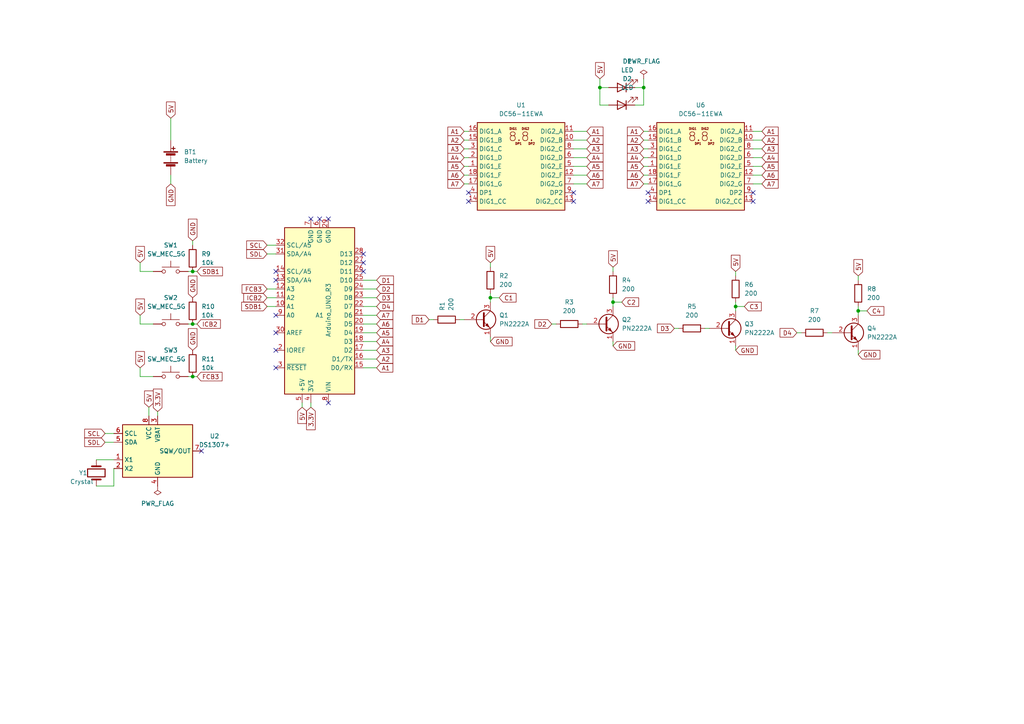
<source format=kicad_sch>
(kicad_sch (version 20211123) (generator eeschema)
  (paper "A4")
  (lib_symbols
    (symbol "Device:Battery" (pin_numbers hide) (pin_names (offset 0) hide)
      (property "Reference" "BT" (at 2.54 2.54 0))
      (property "Value" "Battery" (at 2.54 0 0))
      (symbol "Battery_0_1"
        (rectangle (start -2.032 -1.397) (end 2.032 -1.651) (fill (type outline)))
        (rectangle (start -2.032 1.778) (end 2.032 1.524) (fill (type outline)))
        (rectangle (start -1.3208 -1.9812) (end 1.27 -2.4892) (fill (type outline)))
        (rectangle (start -1.3208 1.1938) (end 1.27 0.6858) (fill (type outline)))
        (polyline (pts (xy 0 -1.524) (xy 0 -1.27)))
        (polyline (pts (xy 0 -1.016) (xy 0 -0.762)))
        (polyline (pts (xy 0 -0.508) (xy 0 -0.254)))
        (polyline (pts (xy 0 0) (xy 0 0.254)))
        (polyline (pts (xy 0 0.508) (xy 0 0.762)))
        (polyline (pts (xy 0 1.778) (xy 0 2.54)))
        (polyline (pts (xy 0.254 2.667) (xy 1.27 2.667)) (stroke (width 0.254)))
        (polyline (pts (xy 0.762 3.175) (xy 0.762 2.159)) (stroke (width 0.254)))
      )
      (symbol "Battery_1_1"
        (pin passive line (at 0 5.08 270) (length 2.54) (name "+") (number "1"))
        (pin passive line (at 0 -5.08 90) (length 2.54) (name "-") (number "2"))
      )
    )
    (symbol "Device:Crystal" (pin_numbers hide) (pin_names (offset 1.016) hide)
      (property "Reference" "Y" (at 0 3.81 0))
      (property "Value" "Crystal" (at 0 -3.81 0))
      (symbol "Crystal_0_1"
        (rectangle (start -1.143 2.54) (end 1.143 -2.54) (stroke (width 0.3048)))
        (polyline (pts (xy -2.54 0) (xy -1.905 0)))
        (polyline (pts (xy -1.905 -1.27) (xy -1.905 1.27)) (stroke (width 0.508)))
        (polyline (pts (xy 1.905 -1.27) (xy 1.905 1.27)) (stroke (width 0.508)))
        (polyline (pts (xy 2.54 0) (xy 1.905 0)))
      )
      (symbol "Crystal_1_1"
        (pin passive line (at -3.81 0 0) (length 1.27) (name "1") (number "1"))
        (pin passive line (at 3.81 0 180) (length 1.27) (name "2") (number "2"))
      )
    )
    (symbol "Device:LED" (pin_numbers hide) (pin_names (offset 1.016) hide)
      (property "Reference" "D" (at 0 2.54 0))
      (property "Value" "LED" (at 0 -2.54 0))
      (symbol "LED_0_1"
        (polyline (pts (xy -1.27 -1.27) (xy -1.27 1.27)) (stroke (width 0.254)))
        (polyline (pts (xy -1.27 0) (xy 1.27 0)))
        (polyline (pts (xy 1.27 -1.27) (xy 1.27 1.27) (xy -1.27 0) (xy 1.27 -1.27)) (stroke (width 0.254)))
        (polyline (pts (xy -3.048 -0.762) (xy -4.572 -2.286) (xy -3.81 -2.286) (xy -4.572 -2.286) (xy -4.572 -1.524)))
        (polyline (pts (xy -1.778 -0.762) (xy -3.302 -2.286) (xy -2.54 -2.286) (xy -3.302 -2.286) (xy -3.302 -1.524)))
      )
      (symbol "LED_1_1"
        (pin passive line (at -3.81 0 0) (length 2.54) (name "K") (number "1"))
        (pin passive line (at 3.81 0 180) (length 2.54) (name "A") (number "2"))
      )
    )
    (symbol "Device:R" (pin_numbers hide) (pin_names (offset 0))
      (property "Reference" "R" (at 2.032 0 90))
      (property "Value" "R" (at 0 0 90))
      (symbol "R_0_1"
        (rectangle (start -1.016 -2.54) (end 1.016 2.54) (stroke (width 0.254)))
      )
      (symbol "R_1_1"
        (pin passive line (at 0 3.81 270) (length 1.27) (name "~") (number "1"))
        (pin passive line (at 0 -3.81 90) (length 1.27) (name "~") (number "2"))
      )
    )
    (symbol "Display_Character:DC56-11EWA"
      (property "Reference" "U" (at -11.43 13.97 0))
      (property "Value" "DC56-11EWA" (at 12.065 13.97 0))
      (symbol "DC56-11EWA_0_0"
        (text "8.8." (at 0 8.636 0) (effects (font (size 2.54 2.54))))
        (text "DIG1" (at -2.286 10.922 0) (effects (font (size 0.635 0.635))))
        (text "DIG2" (at 1.27 10.922 0) (effects (font (size 0.635 0.635))))
        (text "DP1" (at -0.762 6.604 0) (effects (font (size 0.635 0.635))))
        (text "DP2" (at 3.048 6.604 0) (effects (font (size 0.635 0.635))))
      )
      (symbol "DC56-11EWA_0_1"
        (rectangle (start -12.7 12.7) (end 12.7 -12.7) (stroke (width 0.254)) (fill (type background)))
      )
      (symbol "DC56-11EWA_1_1"
        (pin input line (at -15.24 0 0) (length 2.54) (name "DIG1_E") (number "1"))
        (pin input line (at 15.24 7.62 180) (length 2.54) (name "DIG2_B") (number "10"))
        (pin input line (at 15.24 10.16 180) (length 2.54) (name "DIG2_A") (number "11"))
        (pin input line (at 15.24 -2.54 180) (length 2.54) (name "DIG2_F") (number "12"))
        (pin input line (at 15.24 -10.16 180) (length 2.54) (name "DIG2_CC") (number "13"))
        (pin input line (at -15.24 -10.16 0) (length 2.54) (name "DIG1_CC") (number "14"))
        (pin input line (at -15.24 7.62 0) (length 2.54) (name "DIG1_B") (number "15"))
        (pin input line (at -15.24 10.16 0) (length 2.54) (name "DIG1_A") (number "16"))
        (pin input line (at -15.24 -5.08 0) (length 2.54) (name "DIG1_G") (number "17"))
        (pin input line (at -15.24 -2.54 0) (length 2.54) (name "DIG1_F") (number "18"))
        (pin input line (at -15.24 2.54 0) (length 2.54) (name "DIG1_D") (number "2"))
        (pin input line (at -15.24 5.08 0) (length 2.54) (name "DIG1_C") (number "3"))
        (pin input line (at -15.24 -7.62 0) (length 2.54) (name "DP1") (number "4"))
        (pin input line (at 15.24 0 180) (length 2.54) (name "DIG2_E") (number "5"))
        (pin input line (at 15.24 2.54 180) (length 2.54) (name "DIG2_D") (number "6"))
        (pin input line (at 15.24 -5.08 180) (length 2.54) (name "DIG2_G") (number "7"))
        (pin input line (at 15.24 5.08 180) (length 2.54) (name "DIG2_C") (number "8"))
        (pin input line (at 15.24 -7.62 180) (length 2.54) (name "DP2") (number "9"))
      )
    )
    (symbol "MCU_Module:Arduino_UNO_R3"
      (property "Reference" "A" (at -10.16 23.495 0))
      (property "Value" "Arduino_UNO_R3" (at 5.08 -26.67 0))
      (symbol "Arduino_UNO_R3_0_1"
        (rectangle (start -10.16 22.86) (end 10.16 -25.4) (stroke (width 0.254)) (fill (type background)))
      )
      (symbol "Arduino_UNO_R3_1_1"
        (pin no_connect line (at -10.16 -20.32 0) (length 2.54) hide (name "NC") (number "1"))
        (pin bidirectional line (at 12.7 -2.54 180) (length 2.54) (name "A1") (number "10"))
        (pin bidirectional line (at 12.7 -5.08 180) (length 2.54) (name "A2") (number "11"))
        (pin bidirectional line (at 12.7 -7.62 180) (length 2.54) (name "A3") (number "12"))
        (pin bidirectional line (at 12.7 -10.16 180) (length 2.54) (name "SDA/A4") (number "13"))
        (pin bidirectional line (at 12.7 -12.7 180) (length 2.54) (name "SCL/A5") (number "14"))
        (pin bidirectional line (at -12.7 15.24 0) (length 2.54) (name "D0/RX") (number "15"))
        (pin bidirectional line (at -12.7 12.7 0) (length 2.54) (name "D1/TX") (number "16"))
        (pin bidirectional line (at -12.7 10.16 0) (length 2.54) (name "D2") (number "17"))
        (pin bidirectional line (at -12.7 7.62 0) (length 2.54) (name "D3") (number "18"))
        (pin bidirectional line (at -12.7 5.08 0) (length 2.54) (name "D4") (number "19"))
        (pin output line (at 12.7 10.16 180) (length 2.54) (name "IOREF") (number "2"))
        (pin bidirectional line (at -12.7 2.54 0) (length 2.54) (name "D5") (number "20"))
        (pin bidirectional line (at -12.7 0 0) (length 2.54) (name "D6") (number "21"))
        (pin bidirectional line (at -12.7 -2.54 0) (length 2.54) (name "D7") (number "22"))
        (pin bidirectional line (at -12.7 -5.08 0) (length 2.54) (name "D8") (number "23"))
        (pin bidirectional line (at -12.7 -7.62 0) (length 2.54) (name "D9") (number "24"))
        (pin bidirectional line (at -12.7 -10.16 0) (length 2.54) (name "D10") (number "25"))
        (pin bidirectional line (at -12.7 -12.7 0) (length 2.54) (name "D11") (number "26"))
        (pin bidirectional line (at -12.7 -15.24 0) (length 2.54) (name "D12") (number "27"))
        (pin bidirectional line (at -12.7 -17.78 0) (length 2.54) (name "D13") (number "28"))
        (pin power_in line (at -2.54 -27.94 90) (length 2.54) (name "GND") (number "29"))
        (pin input line (at 12.7 15.24 180) (length 2.54) (name "~{RESET}") (number "3"))
        (pin input line (at 12.7 5.08 180) (length 2.54) (name "AREF") (number "30"))
        (pin bidirectional line (at 12.7 -17.78 180) (length 2.54) (name "SDA/A4") (number "31"))
        (pin bidirectional line (at 12.7 -20.32 180) (length 2.54) (name "SCL/A5") (number "32"))
        (pin power_out line (at 2.54 25.4 270) (length 2.54) (name "3V3") (number "4"))
        (pin power_out line (at 5.08 25.4 270) (length 2.54) (name "+5V") (number "5"))
        (pin power_in line (at 0 -27.94 90) (length 2.54) (name "GND") (number "6"))
        (pin power_in line (at 2.54 -27.94 90) (length 2.54) (name "GND") (number "7"))
        (pin power_in line (at -2.54 25.4 270) (length 2.54) (name "VIN") (number "8"))
        (pin bidirectional line (at 12.7 0 180) (length 2.54) (name "A0") (number "9"))
      )
    )
    (symbol "Switch:SW_MEC_5G" (pin_numbers hide) (pin_names (offset 1.016) hide)
      (property "Reference" "SW" (at 1.27 2.54 0))
      (property "Value" "SW_MEC_5G" (at 0 -1.524 0))
      (symbol "SW_MEC_5G_0_1"
        (circle (center -2.032 0) (radius 0.508))
        (polyline (pts (xy 0 1.27) (xy 0 3.048)))
        (polyline (pts (xy 2.54 1.27) (xy -2.54 1.27)))
        (circle (center 2.032 0) (radius 0.508))
        (pin passive line (at -5.08 0 0) (length 2.54) (name "A") (number "1"))
        (pin passive line (at 5.08 0 180) (length 2.54) (name "B") (number "3"))
      )
      (symbol "SW_MEC_5G_1_1"
        (pin passive line (at -5.08 0 0) (length 2.54) hide (name "A") (number "2"))
        (pin passive line (at 5.08 0 180) (length 2.54) hide (name "B") (number "4"))
      )
    )
    (symbol "Timer_RTC:DS1307+"
      (property "Reference" "U" (at -8.89 8.89 0))
      (property "Value" "DS1307+" (at 1.27 8.89 0))
      (symbol "DS1307+_0_1"
        (rectangle (start -10.16 7.62) (end 10.16 -7.62) (stroke (width 0.254)) (fill (type background)))
      )
      (symbol "DS1307+_1_1"
        (pin input line (at -12.7 -2.54 0) (length 2.54) (name "X1") (number "1"))
        (pin input line (at -12.7 -5.08 0) (length 2.54) (name "X2") (number "2"))
        (pin power_in line (at 0 10.16 270) (length 2.54) (name "VBAT") (number "3"))
        (pin power_in line (at 0 -10.16 90) (length 2.54) (name "GND") (number "4"))
        (pin bidirectional line (at -12.7 2.54 0) (length 2.54) (name "SDA") (number "5"))
        (pin input line (at -12.7 5.08 0) (length 2.54) (name "SCL") (number "6"))
        (pin open_collector line (at 12.7 0 180) (length 2.54) (name "SQW/OUT") (number "7"))
        (pin power_in line (at -2.54 10.16 270) (length 2.54) (name "VCC") (number "8"))
      )
    )
    (symbol "Transistor_BJT:PN2222A" (pin_names (offset 0) hide)
      (property "Reference" "Q" (at 5.08 1.905 0))
      (property "Value" "PN2222A" (at 5.08 0 0))
      (symbol "PN2222A_0_1"
        (polyline (pts (xy 0 0) (xy 0.635 0)))
        (polyline (pts (xy 2.54 -2.54) (xy 0.635 -0.635)))
        (polyline (pts (xy 2.54 2.54) (xy 0.635 0.635)))
        (polyline (pts (xy 0.635 1.905) (xy 0.635 -1.905) (xy 0.635 -1.905)) (stroke (width 0.508)))
        (polyline (pts (xy 2.413 -2.413) (xy 1.905 -1.905) (xy 1.905 -1.905)))
        (polyline (pts (xy 1.143 -1.651) (xy 1.651 -1.143) (xy 2.159 -2.159) (xy 1.143 -1.651) (xy 1.143 -1.651)) (fill (type outline)))
        (circle (center 1.27 0) (radius 2.8194) (stroke (width 0.254)))
      )
      (symbol "PN2222A_1_1"
        (pin passive line (at 2.54 -5.08 90) (length 2.54) (name "E") (number "1"))
        (pin input line (at -5.08 0 0) (length 5.08) (name "B") (number "2"))
        (pin passive line (at 2.54 5.08 270) (length 2.54) (name "C") (number "3"))
      )
    )
    (symbol "power:PWR_FLAG" (power) (pin_numbers hide) (pin_names (offset 0) hide)
      (property "Value" "PWR_FLAG" (at 0 3.81 0))
      (symbol "PWR_FLAG_0_0"
        (pin power_out line (at 0 0 90) (length 0) (name "pwr") (number "1"))
      )
      (symbol "PWR_FLAG_0_1"
        (polyline (pts (xy 0 0) (xy 0 1.27) (xy -1.016 1.905) (xy 0 2.54) (xy 1.016 1.905) (xy 0 1.27)))
      )
    )
  )
  (junction (at 177.8 87.63))
  (junction (at 142.24 86.36))
  (junction (at 173.99 25.4))
  (junction (at 248.92 90.17))
  (junction (at 213.36 88.9))
  (junction (at 55.88 93.98))
  (junction (at 55.88 109.22))
  (junction (at 55.88 78.74))
  (junction (at 186.69 25.4))
  (no_connect (at 187.96 55.88))
  (no_connect (at 187.96 58.42))
  (no_connect (at 218.44 58.42))
  (no_connect (at 218.44 55.88))
  (no_connect (at 135.89 55.88))
  (no_connect (at 135.89 58.42))
  (no_connect (at 166.37 55.88))
  (no_connect (at 166.37 58.42))
  (no_connect (at 80.01 106.68))
  (no_connect (at 95.25 116.84))
  (no_connect (at 105.41 78.74))
  (no_connect (at 105.41 76.2))
  (no_connect (at 105.41 73.66))
  (no_connect (at 80.01 78.74))
  (no_connect (at 80.01 81.28))
  (no_connect (at 80.01 91.44))
  (no_connect (at 80.01 96.52))
  (no_connect (at 80.01 101.6))
  (no_connect (at 92.71 63.5))
  (no_connect (at 95.25 63.5))
  (no_connect (at 58.42 130.81))
  (no_connect (at 90.17 63.5))
  (wire (pts (xy 173.99 25.4) (xy 176.53 25.4)))
  (wire (pts (xy 105.41 96.52) (xy 109.22 96.52)))
  (wire (pts (xy 186.69 45.72) (xy 187.96 45.72)))
  (wire (pts (xy 77.47 73.66) (xy 80.01 73.66)))
  (wire (pts (xy 134.62 40.64) (xy 135.89 40.64)))
  (wire (pts (xy 142.24 85.09) (xy 142.24 86.36)))
  (wire (pts (xy 105.41 93.98) (xy 109.22 93.98)))
  (wire (pts (xy 77.47 86.36) (xy 80.01 86.36)))
  (wire (pts (xy 134.62 53.34) (xy 135.89 53.34)))
  (wire (pts (xy 55.88 109.22) (xy 57.15 109.22)))
  (wire (pts (xy 142.24 86.36) (xy 144.78 86.36)))
  (wire (pts (xy 55.88 69.85) (xy 55.88 71.12)))
  (wire (pts (xy 33.02 135.89) (xy 33.02 140.97)))
  (wire (pts (xy 184.15 25.4) (xy 186.69 25.4)))
  (wire (pts (xy 166.37 45.72) (xy 170.18 45.72)))
  (wire (pts (xy 166.37 50.8) (xy 170.18 50.8)))
  (wire (pts (xy 105.41 101.6) (xy 109.22 101.6)))
  (wire (pts (xy 77.47 88.9) (xy 80.01 88.9)))
  (wire (pts (xy 186.69 30.48) (xy 186.69 25.4)))
  (wire (pts (xy 213.36 87.63) (xy 213.36 88.9)))
  (wire (pts (xy 218.44 38.1) (xy 220.98 38.1)))
  (wire (pts (xy 30.48 128.27) (xy 33.02 128.27)))
  (wire (pts (xy 186.69 53.34) (xy 187.96 53.34)))
  (wire (pts (xy 40.64 91.44) (xy 40.64 93.98)))
  (wire (pts (xy 33.02 133.35) (xy 27.94 133.35)))
  (wire (pts (xy 105.41 88.9) (xy 109.22 88.9)))
  (wire (pts (xy 44.45 109.22) (xy 40.64 109.22)))
  (wire (pts (xy 176.53 30.48) (xy 173.99 30.48)))
  (wire (pts (xy 166.37 38.1) (xy 170.18 38.1)))
  (wire (pts (xy 142.24 86.36) (xy 142.24 87.63)))
  (wire (pts (xy 134.62 48.26) (xy 135.89 48.26)))
  (wire (pts (xy 213.36 88.9) (xy 215.9 88.9)))
  (wire (pts (xy 218.44 53.34) (xy 220.98 53.34)))
  (wire (pts (xy 248.92 90.17) (xy 251.46 90.17)))
  (wire (pts (xy 142.24 76.2) (xy 142.24 77.47)))
  (wire (pts (xy 248.92 80.01) (xy 248.92 81.28)))
  (wire (pts (xy 186.69 25.4) (xy 186.69 22.86)))
  (wire (pts (xy 124.46 92.71) (xy 125.73 92.71)))
  (wire (pts (xy 27.94 140.97) (xy 33.02 140.97)))
  (wire (pts (xy 213.36 101.6) (xy 213.36 100.33)))
  (wire (pts (xy 204.47 95.25) (xy 205.74 95.25)))
  (wire (pts (xy 240.03 96.52) (xy 241.3 96.52)))
  (wire (pts (xy 40.64 76.2) (xy 40.64 78.74)))
  (wire (pts (xy 218.44 45.72) (xy 220.98 45.72)))
  (wire (pts (xy 77.47 71.12) (xy 80.01 71.12)))
  (wire (pts (xy 166.37 48.26) (xy 170.18 48.26)))
  (wire (pts (xy 55.88 78.74) (xy 57.15 78.74)))
  (wire (pts (xy 177.8 100.33) (xy 177.8 99.06)))
  (wire (pts (xy 105.41 86.36) (xy 109.22 86.36)))
  (wire (pts (xy 213.36 88.9) (xy 213.36 90.17)))
  (wire (pts (xy 133.35 92.71) (xy 134.62 92.71)))
  (wire (pts (xy 44.45 78.74) (xy 40.64 78.74)))
  (wire (pts (xy 43.18 118.11) (xy 43.18 120.65)))
  (wire (pts (xy 177.8 86.36) (xy 177.8 87.63)))
  (wire (pts (xy 30.48 125.73) (xy 33.02 125.73)))
  (wire (pts (xy 186.69 40.64) (xy 187.96 40.64)))
  (wire (pts (xy 177.8 87.63) (xy 180.34 87.63)))
  (wire (pts (xy 134.62 45.72) (xy 135.89 45.72)))
  (wire (pts (xy 77.47 83.82) (xy 80.01 83.82)))
  (wire (pts (xy 186.69 43.18) (xy 187.96 43.18)))
  (wire (pts (xy 195.58 95.25) (xy 196.85 95.25)))
  (wire (pts (xy 105.41 91.44) (xy 109.22 91.44)))
  (wire (pts (xy 54.61 93.98) (xy 55.88 93.98)))
  (wire (pts (xy 90.17 116.84) (xy 90.17 118.11)))
  (wire (pts (xy 45.72 119.38) (xy 45.72 120.65)))
  (wire (pts (xy 166.37 53.34) (xy 170.18 53.34)))
  (wire (pts (xy 54.61 78.74) (xy 55.88 78.74)))
  (wire (pts (xy 231.14 96.52) (xy 232.41 96.52)))
  (wire (pts (xy 186.69 38.1) (xy 187.96 38.1)))
  (wire (pts (xy 177.8 77.47) (xy 177.8 78.74)))
  (wire (pts (xy 218.44 48.26) (xy 220.98 48.26)))
  (wire (pts (xy 134.62 38.1) (xy 135.89 38.1)))
  (wire (pts (xy 248.92 88.9) (xy 248.92 90.17)))
  (wire (pts (xy 105.41 104.14) (xy 109.22 104.14)))
  (wire (pts (xy 105.41 99.06) (xy 109.22 99.06)))
  (wire (pts (xy 40.64 106.68) (xy 40.64 109.22)))
  (wire (pts (xy 134.62 50.8) (xy 135.89 50.8)))
  (wire (pts (xy 105.41 106.68) (xy 109.22 106.68)))
  (wire (pts (xy 44.45 93.98) (xy 40.64 93.98)))
  (wire (pts (xy 186.69 48.26) (xy 187.96 48.26)))
  (wire (pts (xy 134.62 43.18) (xy 135.89 43.18)))
  (wire (pts (xy 105.41 83.82) (xy 109.22 83.82)))
  (wire (pts (xy 184.15 30.48) (xy 186.69 30.48)))
  (wire (pts (xy 160.02 93.98) (xy 161.29 93.98)))
  (wire (pts (xy 173.99 25.4) (xy 173.99 30.48)))
  (wire (pts (xy 55.88 93.98) (xy 57.15 93.98)))
  (wire (pts (xy 87.63 116.84) (xy 87.63 118.11)))
  (wire (pts (xy 218.44 50.8) (xy 220.98 50.8)))
  (wire (pts (xy 213.36 78.74) (xy 213.36 80.01)))
  (wire (pts (xy 168.91 93.98) (xy 170.18 93.98)))
  (wire (pts (xy 248.92 90.17) (xy 248.92 91.44)))
  (wire (pts (xy 177.8 87.63) (xy 177.8 88.9)))
  (wire (pts (xy 186.69 50.8) (xy 187.96 50.8)))
  (wire (pts (xy 105.41 81.28) (xy 109.22 81.28)))
  (wire (pts (xy 166.37 43.18) (xy 170.18 43.18)))
  (wire (pts (xy 49.53 50.8) (xy 49.53 53.34)))
  (wire (pts (xy 49.53 34.29) (xy 49.53 40.64)))
  (wire (pts (xy 142.24 99.06) (xy 142.24 97.79)))
  (wire (pts (xy 218.44 43.18) (xy 220.98 43.18)))
  (wire (pts (xy 166.37 40.64) (xy 170.18 40.64)))
  (wire (pts (xy 54.61 109.22) (xy 55.88 109.22)))
  (wire (pts (xy 248.92 102.87) (xy 248.92 101.6)))
  (wire (pts (xy 173.99 22.86) (xy 173.99 25.4)))
  (wire (pts (xy 218.44 40.64) (xy 220.98 40.64)))
  (global_label "5V" (shape input) (at 49.53 34.29 90) (property "Intersheet References" "${INTERSHEET_REFS}" (effects hide)))
  (global_label "D3" (shape input) (at 195.58 95.25 180) (property "Intersheet References" "${INTERSHEET_REFS}" (effects hide)))
  (global_label "D1" (shape input) (at 109.22 81.28 0) (property "Intersheet References" "${INTERSHEET_REFS}" (effects hide)))
  (global_label "FCB3" (shape input) (at 77.47 83.82 180) (property "Intersheet References" "${INTERSHEET_REFS}" (effects hide)))
  (global_label "A2" (shape input) (at 170.18 40.64 0) (property "Intersheet References" "${INTERSHEET_REFS}" (effects hide)))
  (global_label "GND" (shape input) (at 213.36 101.6 0) (property "Intersheet References" "${INTERSHEET_REFS}" (effects hide)))
  (global_label "A7" (shape input) (at 134.62 53.34 180) (property "Intersheet References" "${INTERSHEET_REFS}" (effects hide)))
  (global_label "A1" (shape input) (at 170.18 38.1 0) (property "Intersheet References" "${INTERSHEET_REFS}" (effects hide)))
  (global_label "A3" (shape input) (at 186.69 43.18 180) (property "Intersheet References" "${INTERSHEET_REFS}" (effects hide)))
  (global_label "A1" (shape input) (at 109.22 106.68 0) (property "Intersheet References" "${INTERSHEET_REFS}" (effects hide)))
  (global_label "5V" (shape input) (at 43.18 118.11 90) (property "Intersheet References" "${INTERSHEET_REFS}" (effects hide)))
  (global_label "5V" (shape input) (at 248.92 80.01 90) (property "Intersheet References" "${INTERSHEET_REFS}" (effects hide)))
  (global_label "A3" (shape input) (at 170.18 43.18 0) (property "Intersheet References" "${INTERSHEET_REFS}" (effects hide)))
  (global_label "SCL" (shape input) (at 77.47 71.12 180) (property "Intersheet References" "${INTERSHEET_REFS}" (effects hide)))
  (global_label "A1" (shape input) (at 134.62 38.1 180) (property "Intersheet References" "${INTERSHEET_REFS}" (effects hide)))
  (global_label "A3" (shape input) (at 109.22 101.6 0) (property "Intersheet References" "${INTERSHEET_REFS}" (effects hide)))
  (global_label "GND" (shape input) (at 55.88 69.85 90) (property "Intersheet References" "${INTERSHEET_REFS}" (effects hide)))
  (global_label "A2" (shape input) (at 109.22 104.14 0) (property "Intersheet References" "${INTERSHEET_REFS}" (effects hide)))
  (global_label "SDB1" (shape input) (at 57.15 78.74 0) (property "Intersheet References" "${INTERSHEET_REFS}" (effects hide)))
  (global_label "A1" (shape input) (at 186.69 38.1 180) (property "Intersheet References" "${INTERSHEET_REFS}" (effects hide)))
  (global_label "5V" (shape input) (at 213.36 78.74 90) (property "Intersheet References" "${INTERSHEET_REFS}" (effects hide)))
  (global_label "A1" (shape input) (at 220.98 38.1 0) (property "Intersheet References" "${INTERSHEET_REFS}" (effects hide)))
  (global_label "A5" (shape input) (at 220.98 48.26 0) (property "Intersheet References" "${INTERSHEET_REFS}" (effects hide)))
  (global_label "GND" (shape input) (at 177.8 100.33 0) (property "Intersheet References" "${INTERSHEET_REFS}" (effects hide)))
  (global_label "A6" (shape input) (at 170.18 50.8 0) (property "Intersheet References" "${INTERSHEET_REFS}" (effects hide)))
  (global_label "A6" (shape input) (at 109.22 93.98 0) (property "Intersheet References" "${INTERSHEET_REFS}" (effects hide)))
  (global_label "D2" (shape input) (at 160.02 93.98 180) (property "Intersheet References" "${INTERSHEET_REFS}" (effects hide)))
  (global_label "A7" (shape input) (at 220.98 53.34 0) (property "Intersheet References" "${INTERSHEET_REFS}" (effects hide)))
  (global_label "C1" (shape input) (at 144.78 86.36 0) (property "Intersheet References" "${INTERSHEET_REFS}" (effects hide)))
  (global_label "A7" (shape input) (at 170.18 53.34 0) (property "Intersheet References" "${INTERSHEET_REFS}" (effects hide)))
  (global_label "3.3V" (shape input) (at 45.72 119.38 90) (property "Intersheet References" "${INTERSHEET_REFS}" (effects hide)))
  (global_label "GND" (shape input) (at 248.92 102.87 0) (property "Intersheet References" "${INTERSHEET_REFS}" (effects hide)))
  (global_label "GND" (shape input) (at 49.53 53.34 270) (property "Intersheet References" "${INTERSHEET_REFS}" (effects hide)))
  (global_label "A4" (shape input) (at 170.18 45.72 0) (property "Intersheet References" "${INTERSHEET_REFS}" (effects hide)))
  (global_label "A7" (shape input) (at 186.69 53.34 180) (property "Intersheet References" "${INTERSHEET_REFS}" (effects hide)))
  (global_label "A4" (shape input) (at 186.69 45.72 180) (property "Intersheet References" "${INTERSHEET_REFS}" (effects hide)))
  (global_label "D4" (shape input) (at 231.14 96.52 180) (property "Intersheet References" "${INTERSHEET_REFS}" (effects hide)))
  (global_label "A5" (shape input) (at 134.62 48.26 180) (property "Intersheet References" "${INTERSHEET_REFS}" (effects hide)))
  (global_label "ICB2" (shape input) (at 57.15 93.98 0) (property "Intersheet References" "${INTERSHEET_REFS}" (effects hide)))
  (global_label "SDL" (shape input) (at 77.47 73.66 180) (property "Intersheet References" "${INTERSHEET_REFS}" (effects hide)))
  (global_label "A6" (shape input) (at 220.98 50.8 0) (property "Intersheet References" "${INTERSHEET_REFS}" (effects hide)))
  (global_label "5V" (shape input) (at 177.8 77.47 90) (property "Intersheet References" "${INTERSHEET_REFS}" (effects hide)))
  (global_label "A5" (shape input) (at 186.69 48.26 180) (property "Intersheet References" "${INTERSHEET_REFS}" (effects hide)))
  (global_label "A3" (shape input) (at 220.98 43.18 0) (property "Intersheet References" "${INTERSHEET_REFS}" (effects hide)))
  (global_label "FCB3" (shape input) (at 57.15 109.22 0) (property "Intersheet References" "${INTERSHEET_REFS}" (effects hide)))
  (global_label "D3" (shape input) (at 109.22 86.36 0) (property "Intersheet References" "${INTERSHEET_REFS}" (effects hide)))
  (global_label "A4" (shape input) (at 109.22 99.06 0) (property "Intersheet References" "${INTERSHEET_REFS}" (effects hide)))
  (global_label "A2" (shape input) (at 186.69 40.64 180) (property "Intersheet References" "${INTERSHEET_REFS}" (effects hide)))
  (global_label "5V" (shape input) (at 40.64 76.2 90) (property "Intersheet References" "${INTERSHEET_REFS}" (effects hide)))
  (global_label "SDB1" (shape input) (at 77.47 88.9 180) (property "Intersheet References" "${INTERSHEET_REFS}" (effects hide)))
  (global_label "ICB2" (shape input) (at 77.47 86.36 180) (property "Intersheet References" "${INTERSHEET_REFS}" (effects hide)))
  (global_label "A3" (shape input) (at 134.62 43.18 180) (property "Intersheet References" "${INTERSHEET_REFS}" (effects hide)))
  (global_label "C3" (shape input) (at 215.9 88.9 0) (property "Intersheet References" "${INTERSHEET_REFS}" (effects hide)))
  (global_label "D1" (shape input) (at 124.46 92.71 180) (property "Intersheet References" "${INTERSHEET_REFS}" (effects hide)))
  (global_label "5V" (shape input) (at 40.64 91.44 90) (property "Intersheet References" "${INTERSHEET_REFS}" (effects hide)))
  (global_label "5V" (shape input) (at 40.64 106.68 90) (property "Intersheet References" "${INTERSHEET_REFS}" (effects hide)))
  (global_label "3.3V" (shape input) (at 90.17 118.11 270) (property "Intersheet References" "${INTERSHEET_REFS}" (effects hide)))
  (global_label "A2" (shape input) (at 134.62 40.64 180) (property "Intersheet References" "${INTERSHEET_REFS}" (effects hide)))
  (global_label "A4" (shape input) (at 134.62 45.72 180) (property "Intersheet References" "${INTERSHEET_REFS}" (effects hide)))
  (global_label "A5" (shape input) (at 109.22 96.52 0) (property "Intersheet References" "${INTERSHEET_REFS}" (effects hide)))
  (global_label "C4" (shape input) (at 251.46 90.17 0) (property "Intersheet References" "${INTERSHEET_REFS}" (effects hide)))
  (global_label "A7" (shape input) (at 109.22 91.44 0) (property "Intersheet References" "${INTERSHEET_REFS}" (effects hide)))
  (global_label "A6" (shape input) (at 134.62 50.8 180) (property "Intersheet References" "${INTERSHEET_REFS}" (effects hide)))
  (global_label "GND" (shape input) (at 142.24 99.06 0) (property "Intersheet References" "${INTERSHEET_REFS}" (effects hide)))
  (global_label "GND" (shape input) (at 55.88 86.36 90) (property "Intersheet References" "${INTERSHEET_REFS}" (effects hide)))
  (global_label "A4" (shape input) (at 220.98 45.72 0) (property "Intersheet References" "${INTERSHEET_REFS}" (effects hide)))
  (global_label "SCL" (shape input) (at 30.48 125.73 180) (property "Intersheet References" "${INTERSHEET_REFS}" (effects hide)))
  (global_label "C2" (shape input) (at 180.34 87.63 0) (property "Intersheet References" "${INTERSHEET_REFS}" (effects hide)))
  (global_label "5V" (shape input) (at 87.63 118.11 270) (property "Intersheet References" "${INTERSHEET_REFS}" (effects hide)))
  (global_label "A5" (shape input) (at 170.18 48.26 0) (property "Intersheet References" "${INTERSHEET_REFS}" (effects hide)))
  (global_label "D4" (shape input) (at 109.22 88.9 0) (property "Intersheet References" "${INTERSHEET_REFS}" (effects hide)))
  (global_label "5V" (shape input) (at 173.99 22.86 90) (property "Intersheet References" "${INTERSHEET_REFS}" (effects hide)))
  (global_label "SDL" (shape input) (at 30.48 128.27 180) (property "Intersheet References" "${INTERSHEET_REFS}" (effects hide)))
  (global_label "5V" (shape input) (at 142.24 76.2 90) (property "Intersheet References" "${INTERSHEET_REFS}" (effects hide)))
  (global_label "GND" (shape input) (at 55.88 101.6 90) (property "Intersheet References" "${INTERSHEET_REFS}" (effects hide)))
  (global_label "D2" (shape input) (at 109.22 83.82 0) (property "Intersheet References" "${INTERSHEET_REFS}" (effects hide)))
  (global_label "A6" (shape input) (at 186.69 50.8 180) (property "Intersheet References" "${INTERSHEET_REFS}" (effects hide)))
  (global_label "A2" (shape input) (at 220.98 40.64 0) (property "Intersheet References" "${INTERSHEET_REFS}" (effects hide)))
  (symbol (lib_id "Transistor_BJT:PN2222A") (at 246.38 96.52 0) (unit 1)
    (property "Reference" "Q4" (at 251.46 95.2499 0) (effects (justify left)))
    (property "Value" "PN2222A" (at 251.46 97.7899 0) (effects (justify left)))
    (property "Footprint" "Package_TO_SOT_THT:TO-92_Inline" (effects hide))
    (property "Datasheet" "https://www.onsemi.com/pub/Collateral/PN2222-D.PDF" (effects hide))
  )
  (symbol (lib_id "Device:R") (at 55.88 105.41 180) (unit 1)
    (property "Reference" "R11" (at 58.42 104.1399 0) (effects (justify right)))
    (property "Value" "10k" (at 58.42 106.6799 0) (effects (justify right)))
    (property "Footprint" "Resistor_THT:R_Axial_DIN0204_L3.6mm_D1.6mm_P1.90mm_Vertical" (effects hide))
  )
  (symbol (lib_id "Device:R") (at 165.1 93.98 90) (unit 1)
    (property "Reference" "R3" (at 165.1 87.63 90))
    (property "Value" "200" (at 165.1 90.17 90))
    (property "Footprint" "Resistor_THT:R_Axial_DIN0204_L3.6mm_D1.6mm_P1.90mm_Vertical" (effects hide))
  )
  (symbol (lib_id "Transistor_BJT:PN2222A") (at 210.82 95.25 0) (unit 1)
    (property "Reference" "Q3" (at 215.9 93.9799 0) (effects (justify left)))
    (property "Value" "PN2222A" (at 215.9 96.5199 0) (effects (justify left)))
    (property "Footprint" "Package_TO_SOT_THT:TO-92_Inline" (effects hide))
    (property "Datasheet" "https://www.onsemi.com/pub/Collateral/PN2222-D.PDF" (effects hide))
  )
  (symbol (lib_id "Device:R") (at 55.88 74.93 180) (unit 1)
    (property "Reference" "R9" (at 58.42 73.6599 0) (effects (justify right)))
    (property "Value" "10k" (at 58.42 76.1999 0) (effects (justify right)))
    (property "Footprint" "Resistor_THT:R_Axial_DIN0204_L3.6mm_D1.6mm_P1.90mm_Vertical" (effects hide))
  )
  (symbol (lib_id "Display_Character:DC56-11EWA") (at 151.13 48.26 0) (unit 1)
    (property "Reference" "U1" (at 151.13 30.48 0))
    (property "Value" "DC56-11EWA" (at 151.13 33.02 0))
    (property "Footprint" "Display_7Segment:DA56-11SURKWA" (effects hide))
    (property "Datasheet" "http://www.kingbrightusa.com/images/catalog/SPEC/DC56-11EWA.pdf" (effects hide))
  )
  (symbol (lib_id "Display_Character:DC56-11EWA") (at 203.2 48.26 0) (unit 1)
    (property "Reference" "U6" (at 203.2 30.48 0))
    (property "Value" "DC56-11EWA" (at 203.2 33.02 0))
    (property "Footprint" "Display_7Segment:DA56-11SURKWA" (effects hide))
    (property "Datasheet" "http://www.kingbrightusa.com/images/catalog/SPEC/DC56-11EWA.pdf" (effects hide))
  )
  (symbol (lib_id "Device:R") (at 236.22 96.52 90) (unit 1)
    (property "Reference" "R7" (at 236.22 90.17 90))
    (property "Value" "200" (at 236.22 92.71 90))
    (property "Footprint" "Resistor_THT:R_Axial_DIN0204_L3.6mm_D1.6mm_P1.90mm_Vertical" (effects hide))
  )
  (symbol (lib_id "Transistor_BJT:PN2222A") (at 139.7 92.71 0) (unit 1)
    (property "Reference" "Q1" (at 144.78 91.4399 0) (effects (justify left)))
    (property "Value" "PN2222A" (at 144.78 93.9799 0) (effects (justify left)))
    (property "Footprint" "Package_TO_SOT_THT:TO-92_Inline" (effects hide))
    (property "Datasheet" "https://www.onsemi.com/pub/Collateral/PN2222-D.PDF" (effects hide))
  )
  (symbol (lib_id "Device:R") (at 177.8 82.55 180) (unit 1)
    (property "Reference" "R4" (at 180.34 81.2799 0) (effects (justify right)))
    (property "Value" "200" (at 180.34 83.8199 0) (effects (justify right)))
    (property "Footprint" "Resistor_THT:R_Axial_DIN0204_L3.6mm_D1.6mm_P1.90mm_Vertical" (effects hide))
  )
  (symbol (lib_id "Device:R") (at 142.24 81.28 180) (unit 1)
    (property "Reference" "R2" (at 144.78 80.0099 0) (effects (justify right)))
    (property "Value" "200" (at 144.78 82.5499 0) (effects (justify right)))
    (property "Footprint" "Resistor_THT:R_Axial_DIN0204_L3.6mm_D1.6mm_P1.90mm_Vertical" (effects hide))
  )
  (symbol (lib_id "Device:Crystal") (at 27.94 137.16 270) (unit 1)
    (property "Reference" "Y1" (at 22.86 137.16 90) (effects (justify left)))
    (property "Value" "Crystal" (at 20.32 139.7 90) (effects (justify left)))
    (property "Footprint" "Crystal:Crystal_AT310_D3.0mm_L10.0mm_Horizontal" (effects hide))
  )
  (symbol (lib_id "MCU_Module:Arduino_UNO_R3") (at 92.71 91.44 180) (unit 1)
    (property "Reference" "A1" (at 91.44 91.44 0) (effects (justify right)))
    (property "Value" "Arduino_UNO_R3" (at 95.25 97.79 90) (effects (justify right)))
    (property "Footprint" "Module:Arduino_UNO_R3_WithMountingHoles" (effects hide))
    (property "Datasheet" "https://www.arduino.cc/en/Main/arduinoBoardUno" (effects hide))
  )
  (symbol (lib_id "Transistor_BJT:PN2222A") (at 175.26 93.98 0) (unit 1)
    (property "Reference" "Q2" (at 180.34 92.7099 0) (effects (justify left)))
    (property "Value" "PN2222A" (at 180.34 95.2499 0) (effects (justify left)))
    (property "Footprint" "Package_TO_SOT_THT:TO-92_Inline" (effects hide))
    (property "Datasheet" "https://www.onsemi.com/pub/Collateral/PN2222-D.PDF" (effects hide))
  )
  (symbol (lib_id "power:PWR_FLAG") (at 186.69 22.86 0) (unit 1)
    (property "Reference" "#FLG0107" (effects hide))
    (property "Value" "PWR_FLAG" (at 186.69 17.78 0))
  )
  (symbol (lib_id "Switch:SW_MEC_5G") (at 49.53 93.98 0) (unit 1)
    (property "Reference" "SW2" (at 49.53 86.36 0))
    (property "Value" "SW_MEC_5G" (at 48.26 88.9 0))
    (property "Footprint" "Button_Switch_SMD:SW_MEC_5GSH9" (effects hide))
    (property "Datasheet" "http://www.apem.com/int/index.php?controller=attachment&id_attachment=488" (effects hide))
  )
  (symbol (lib_id "Device:LED") (at 180.34 25.4 180) (unit 1)
    (property "Reference" "D1" (at 181.9275 17.78 0))
    (property "Value" "LED" (at 181.9275 20.32 0))
    (property "Footprint" "LED_THT:LED_D3.0mm" (effects hide))
  )
  (symbol (lib_id "Device:R") (at 213.36 83.82 180) (unit 1)
    (property "Reference" "R6" (at 215.9 82.5499 0) (effects (justify right)))
    (property "Value" "200" (at 215.9 85.0899 0) (effects (justify right)))
    (property "Footprint" "Resistor_THT:R_Axial_DIN0204_L3.6mm_D1.6mm_P1.90mm_Vertical" (effects hide))
  )
  (symbol (lib_id "Timer_RTC:DS1307+") (at 45.72 130.81 0) (unit 1)
    (property "Reference" "U2" (at 62.23 126.4793 0))
    (property "Value" "DS1307+" (at 62.23 129.0193 0))
    (property "Footprint" "Package_DIP:DIP-8_W7.62mm" (effects hide))
    (property "Datasheet" "https://datasheets.maximintegrated.com/en/ds/DS1307.pdf" (effects hide))
  )
  (symbol (lib_id "Device:R") (at 248.92 85.09 180) (unit 1)
    (property "Reference" "R8" (at 251.46 83.8199 0) (effects (justify right)))
    (property "Value" "200" (at 251.46 86.3599 0) (effects (justify right)))
    (property "Footprint" "Resistor_THT:R_Axial_DIN0204_L3.6mm_D1.6mm_P1.90mm_Vertical" (effects hide))
  )
  (symbol (lib_id "power:PWR_FLAG") (at 45.72 140.97 180) (unit 1)
    (property "Reference" "#FLG0101" (effects hide))
    (property "Value" "PWR_FLAG" (at 45.72 146.05 0))
  )
  (symbol (lib_id "Device:R") (at 55.88 90.17 180) (unit 1)
    (property "Reference" "R10" (at 58.42 88.8999 0) (effects (justify right)))
    (property "Value" "10k" (at 58.42 91.4399 0) (effects (justify right)))
    (property "Footprint" "Resistor_THT:R_Axial_DIN0204_L3.6mm_D1.6mm_P1.90mm_Vertical" (effects hide))
  )
  (symbol (lib_id "Switch:SW_MEC_5G") (at 49.53 109.22 0) (unit 1)
    (property "Reference" "SW3" (at 49.53 101.6 0))
    (property "Value" "SW_MEC_5G" (at 48.26 104.14 0))
    (property "Footprint" "Button_Switch_SMD:SW_MEC_5GSH9" (effects hide))
    (property "Datasheet" "http://www.apem.com/int/index.php?controller=attachment&id_attachment=488" (effects hide))
  )
  (symbol (lib_id "Device:R") (at 129.54 92.71 90) (unit 1)
    (property "Reference" "R1" (at 128.2699 90.17 0) (effects (justify left)))
    (property "Value" "200" (at 130.8099 90.17 0) (effects (justify left)))
    (property "Footprint" "Resistor_THT:R_Axial_DIN0204_L3.6mm_D1.6mm_P1.90mm_Vertical" (effects hide))
  )
  (symbol (lib_id "Switch:SW_MEC_5G") (at 49.53 78.74 0) (unit 1)
    (property "Reference" "SW1" (at 49.53 71.12 0))
    (property "Value" "SW_MEC_5G" (at 48.26 73.66 0))
    (property "Footprint" "Button_Switch_SMD:SW_MEC_5GSH9" (effects hide))
    (property "Datasheet" "http://www.apem.com/int/index.php?controller=attachment&id_attachment=488" (effects hide))
  )
  (symbol (lib_id "Device:Battery") (at 49.53 45.72 0) (unit 1)
    (property "Reference" "BT1" (at 53.34 44.0689 0) (effects (justify left)))
    (property "Value" "Battery" (at 53.34 46.6089 0) (effects (justify left)))
    (property "Footprint" "Battery:BatteryHolder_MPD_BA9VPC_1xPP3" (effects hide))
  )
  (symbol (lib_id "Device:R") (at 200.66 95.25 90) (unit 1)
    (property "Reference" "R5" (at 200.66 88.9 90))
    (property "Value" "200" (at 200.66 91.44 90))
    (property "Footprint" "Resistor_THT:R_Axial_DIN0204_L3.6mm_D1.6mm_P1.90mm_Vertical" (effects hide))
  )
  (symbol (lib_id "Device:LED") (at 180.34 30.48 180) (unit 1)
    (property "Reference" "D2" (at 181.9275 22.86 0))
    (property "Value" "LED" (at 181.9275 25.4 0))
    (property "Footprint" "LED_THT:LED_D3.0mm" (effects hide))
  )
)
</source>
